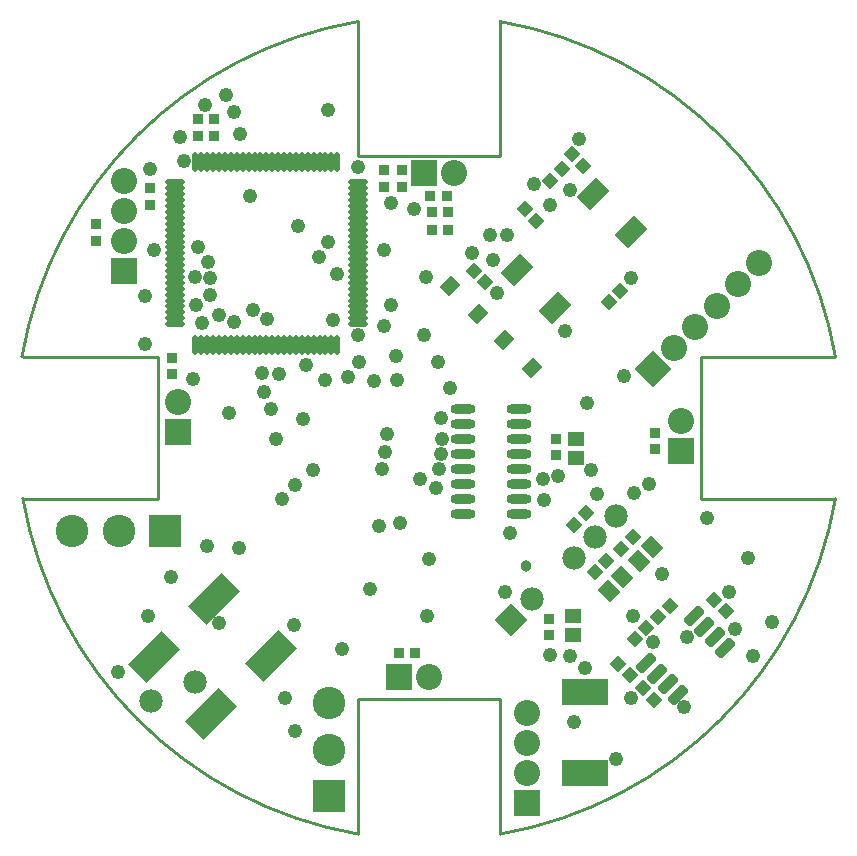
<source format=gbs>
G04 Layer_Color=16711935*
%FSAX25Y25*%
%MOIN*%
G70*
G01*
G75*
%ADD41C,0.01000*%
%ADD80P,0.05374X4X180.0*%
%ADD82P,0.05374X4X90.0*%
G04:AMPARAMS|DCode=84|XSize=48mil|YSize=58mil|CornerRadius=0mil|HoleSize=0mil|Usage=FLASHONLY|Rotation=45.000|XOffset=0mil|YOffset=0mil|HoleType=Round|Shape=Rectangle|*
%AMROTATEDRECTD84*
4,1,4,0.00353,-0.03748,-0.03748,0.00353,-0.00353,0.03748,0.03748,-0.00353,0.00353,-0.03748,0.0*
%
%ADD84ROTATEDRECTD84*%

%ADD88R,0.03800X0.03800*%
G04:AMPARAMS|DCode=89|XSize=43.43mil|YSize=55.24mil|CornerRadius=0mil|HoleSize=0mil|Usage=FLASHONLY|Rotation=135.000|XOffset=0mil|YOffset=0mil|HoleType=Round|Shape=Rectangle|*
%AMROTATEDRECTD89*
4,1,4,0.03489,0.00418,-0.00418,-0.03489,-0.03489,-0.00418,0.00418,0.03489,0.03489,0.00418,0.0*
%
%ADD89ROTATEDRECTD89*%

G04:AMPARAMS|DCode=90|XSize=55.24mil|YSize=43.43mil|CornerRadius=0mil|HoleSize=0mil|Usage=FLASHONLY|Rotation=225.000|XOffset=0mil|YOffset=0mil|HoleType=Round|Shape=Rectangle|*
%AMROTATEDRECTD90*
4,1,4,0.00418,0.03489,0.03489,0.00418,-0.00418,-0.03489,-0.03489,-0.00418,0.00418,0.03489,0.0*
%
%ADD90ROTATEDRECTD90*%

%ADD91R,0.03800X0.03800*%
%ADD93R,0.05800X0.04800*%
%ADD106C,0.10800*%
%ADD107R,0.10800X0.10800*%
%ADD108C,0.08674*%
%ADD109R,0.08674X0.08674*%
%ADD110P,0.12267X4X90.0*%
%ADD111R,0.10800X0.10800*%
%ADD112R,0.08674X0.08674*%
%ADD113C,0.07800*%
%ADD114P,0.11031X4X90.0*%
%ADD115C,0.04800*%
%ADD116C,0.03800*%
G04:AMPARAMS|DCode=117|XSize=33.59mil|YSize=72.96mil|CornerRadius=5.92mil|HoleSize=0mil|Usage=FLASHONLY|Rotation=135.000|XOffset=0mil|YOffset=0mil|HoleType=Round|Shape=RoundedRectangle|*
%AMROUNDEDRECTD117*
21,1,0.03359,0.06112,0,0,135.0*
21,1,0.02175,0.07296,0,0,135.0*
1,1,0.01184,0.01392,0.02930*
1,1,0.01184,0.02930,0.01392*
1,1,0.01184,-0.01392,-0.02930*
1,1,0.01184,-0.02930,-0.01392*
%
%ADD117ROUNDEDRECTD117*%
%ADD118R,0.15800X0.08800*%
G04:AMPARAMS|DCode=119|XSize=88mil|YSize=158mil|CornerRadius=0mil|HoleSize=0mil|Usage=FLASHONLY|Rotation=135.000|XOffset=0mil|YOffset=0mil|HoleType=Round|Shape=Rectangle|*
%AMROTATEDRECTD119*
4,1,4,0.08697,0.02475,-0.02475,-0.08697,-0.08697,-0.02475,0.02475,0.08697,0.08697,0.02475,0.0*
%
%ADD119ROTATEDRECTD119*%

%ADD120O,0.01981X0.06509*%
%ADD121O,0.06509X0.01981*%
G04:AMPARAMS|DCode=122|XSize=91mil|YSize=63mil|CornerRadius=0mil|HoleSize=0mil|Usage=FLASHONLY|Rotation=225.000|XOffset=0mil|YOffset=0mil|HoleType=Round|Shape=Rectangle|*
%AMROTATEDRECTD122*
4,1,4,0.00990,0.05445,0.05445,0.00990,-0.00990,-0.05445,-0.05445,-0.00990,0.00990,0.05445,0.0*
%
%ADD122ROTATEDRECTD122*%

%ADD123O,0.08280X0.03162*%
G54D41*
X1844094Y0452756D02*
G03*
X1732284Y0564567I-0135433J-0023622D01*
G01*
X1685039D02*
G03*
X1572912Y0452811I0023228J-0135433D01*
G01*
X1573228Y0405512D02*
G03*
X1685039Y0293701I0135433J0023622D01*
G01*
X1732284D02*
G03*
X1844094Y0405512I-0023622J0135433D01*
G01*
X1732284Y0519685D02*
Y0564567D01*
X1685039Y0519685D02*
X1732284D01*
X1685039D02*
Y0564567D01*
Y0293701D02*
Y0338583D01*
X1732284D01*
Y0293701D02*
Y0338583D01*
X1799213Y0405512D02*
X1844094D01*
X1799213D02*
Y0452756D01*
X1844094D01*
X1573228Y0452756D02*
X1618110D01*
Y0405512D02*
Y0452756D01*
X1573228Y0405512D02*
X1618110D01*
G54D80*
X1803611Y0371889D02*
D03*
X1807500Y0368000D02*
D03*
X1779858Y0342429D02*
D03*
X1783747Y0338540D02*
D03*
X1775615Y0346672D02*
D03*
X1771726Y0350561D02*
D03*
X1723500Y0481500D02*
D03*
X1727389Y0477611D02*
D03*
X1756111Y0520389D02*
D03*
X1760000Y0516500D02*
D03*
X1740500Y0502000D02*
D03*
X1744389Y0498111D02*
D03*
G54D82*
X1760827Y0400591D02*
D03*
X1756938Y0396702D02*
D03*
X1776527Y0392669D02*
D03*
X1772638Y0388779D02*
D03*
X1767716Y0384842D02*
D03*
X1763827Y0380953D02*
D03*
X1788889Y0369889D02*
D03*
X1785000Y0366000D02*
D03*
X1777111Y0358611D02*
D03*
X1781000Y0362500D02*
D03*
X1768500Y0471000D02*
D03*
X1772389Y0474889D02*
D03*
X1752889Y0515389D02*
D03*
X1749000Y0511500D02*
D03*
G54D84*
X1768501Y0374800D02*
D03*
X1773027Y0379326D02*
D03*
X1778543Y0384842D02*
D03*
X1783069Y0389368D02*
D03*
G54D88*
X1784000Y0427500D02*
D03*
Y0422000D02*
D03*
X1751000Y0425500D02*
D03*
Y0420000D02*
D03*
X1748500Y0365500D02*
D03*
Y0360000D02*
D03*
X1623000Y0447000D02*
D03*
Y0452500D02*
D03*
X1597500Y0491500D02*
D03*
Y0497000D02*
D03*
X1615500Y0509000D02*
D03*
Y0503500D02*
D03*
X1637000Y0532000D02*
D03*
Y0526500D02*
D03*
X1631500D02*
D03*
Y0532000D02*
D03*
X1699500Y0515000D02*
D03*
X1699500Y0509500D02*
D03*
X1693500D02*
D03*
Y0515000D02*
D03*
G54D89*
X1725000Y0467000D02*
D03*
X1743000Y0449000D02*
D03*
G54D90*
X1715525Y0476475D02*
D03*
X1733525Y0458475D02*
D03*
G54D91*
X1714500Y0506500D02*
D03*
X1709000D02*
D03*
X1709500Y0501000D02*
D03*
X1715000D02*
D03*
X1709500Y0495000D02*
D03*
X1715000D02*
D03*
X1704055Y0354000D02*
D03*
X1698555Y0354000D02*
D03*
G54D93*
X1757500Y0419150D02*
D03*
Y0425550D02*
D03*
X1756500Y0360150D02*
D03*
Y0366550D02*
D03*
G54D106*
X1589567Y0394685D02*
D03*
X1605167D02*
D03*
X1675197Y0337450D02*
D03*
Y0321850D02*
D03*
G54D107*
X1620767Y0394685D02*
D03*
G54D108*
X1607000Y0511500D02*
D03*
Y0501500D02*
D03*
Y0491500D02*
D03*
X1790354Y0455709D02*
D03*
X1797425Y0462780D02*
D03*
X1804497Y0469851D02*
D03*
X1811567Y0476922D02*
D03*
X1818639Y0483993D02*
D03*
X1708555Y0346000D02*
D03*
X1716987Y0514000D02*
D03*
X1792500Y0431500D02*
D03*
X1625015Y0437638D02*
D03*
X1741142Y0313976D02*
D03*
Y0323976D02*
D03*
Y0333976D02*
D03*
G54D109*
X1607000Y0481500D02*
D03*
X1792500Y0421500D02*
D03*
X1625015Y0427638D02*
D03*
X1741142Y0303976D02*
D03*
G54D110*
X1783283Y0448638D02*
D03*
G54D111*
X1675197Y0306250D02*
D03*
G54D112*
X1698555Y0346000D02*
D03*
X1706987Y0514000D02*
D03*
G54D113*
X1770809Y0399746D02*
D03*
X1763849Y0392787D02*
D03*
X1756890Y0385827D02*
D03*
X1743082Y0372019D02*
D03*
X1630500Y0344500D02*
D03*
X1616000Y0338000D02*
D03*
G54D114*
X1736011Y0364948D02*
D03*
G54D115*
X1730000Y0485000D02*
D03*
X1650000Y0468500D02*
D03*
X1643500Y0464500D02*
D03*
X1690200Y0444700D02*
D03*
X1698000Y0445100D02*
D03*
X1814961Y0385827D02*
D03*
X1693500Y0488500D02*
D03*
X1707500Y0479500D02*
D03*
X1771100Y0318900D02*
D03*
X1776100Y0339200D02*
D03*
X1783275Y0357725D02*
D03*
X1801181Y0398981D02*
D03*
X1786300Y0380400D02*
D03*
X1633800Y0536600D02*
D03*
X1674800Y0535000D02*
D03*
X1613900Y0473100D02*
D03*
X1605000Y0347800D02*
D03*
X1622500Y0379300D02*
D03*
X1638700Y0364000D02*
D03*
X1615000Y0366500D02*
D03*
X1731200Y0474100D02*
D03*
X1761300Y0437300D02*
D03*
X1773500Y0446500D02*
D03*
X1667500Y0450000D02*
D03*
X1685400Y0451000D02*
D03*
X1645400Y0389000D02*
D03*
X1762600Y0415200D02*
D03*
X1735600Y0394100D02*
D03*
X1638629Y0466871D02*
D03*
X1631000Y0470000D02*
D03*
X1630500Y0479454D02*
D03*
X1633000Y0464000D02*
D03*
X1689000Y0375500D02*
D03*
X1734000Y0374500D02*
D03*
X1708000Y0366500D02*
D03*
X1659500Y0405500D02*
D03*
X1663985Y0409985D02*
D03*
X1747000Y0405000D02*
D03*
X1693000Y0415500D02*
D03*
X1712000D02*
D03*
X1705500Y0412000D02*
D03*
X1694000Y0421000D02*
D03*
X1694500Y0427000D02*
D03*
X1711000Y0409000D02*
D03*
X1751500Y0413000D02*
D03*
X1692000Y0396500D02*
D03*
X1729000Y0493500D02*
D03*
X1734500D02*
D03*
X1696000Y0504000D02*
D03*
X1703500Y0502000D02*
D03*
X1697500Y0452960D02*
D03*
X1630000Y0445500D02*
D03*
X1649000Y0506500D02*
D03*
X1627000Y0518000D02*
D03*
X1685000Y0460000D02*
D03*
X1676500Y0465000D02*
D03*
X1776000Y0479000D02*
D03*
X1723000Y0487500D02*
D03*
X1758500Y0525500D02*
D03*
X1749000Y0503500D02*
D03*
X1743500Y0510346D02*
D03*
X1755500Y0508500D02*
D03*
X1754000Y0461500D02*
D03*
X1642000Y0434000D02*
D03*
X1670000Y0415000D02*
D03*
X1708500Y0385500D02*
D03*
X1712500Y0420500D02*
D03*
X1699000Y0397500D02*
D03*
X1713000Y0425500D02*
D03*
X1665000Y0496500D02*
D03*
X1654500Y0465500D02*
D03*
X1685000Y0516000D02*
D03*
X1645500Y0527000D02*
D03*
X1643500Y0534500D02*
D03*
X1641000Y0540000D02*
D03*
X1615500Y0515500D02*
D03*
X1625500Y0526000D02*
D03*
X1614000Y0457000D02*
D03*
X1631500Y0489500D02*
D03*
X1617000Y0488500D02*
D03*
X1635500Y0473500D02*
D03*
Y0479000D02*
D03*
X1666500Y0432000D02*
D03*
X1658500Y0447000D02*
D03*
X1656000Y0435500D02*
D03*
X1653500Y0441000D02*
D03*
X1653000Y0447500D02*
D03*
X1657500Y0425500D02*
D03*
X1634626Y0389874D02*
D03*
X1663500Y0363500D02*
D03*
X1660500Y0339000D02*
D03*
X1664000Y0328000D02*
D03*
X1776500Y0366500D02*
D03*
X1760500Y0349000D02*
D03*
X1808500Y0374500D02*
D03*
X1793500Y0336000D02*
D03*
X1816500Y0353000D02*
D03*
X1810500Y0362000D02*
D03*
X1755500Y0353000D02*
D03*
X1749000Y0353500D02*
D03*
X1823000Y0364500D02*
D03*
X1794500Y0359500D02*
D03*
X1757000Y0331000D02*
D03*
X1678000Y0480500D02*
D03*
X1635000Y0484500D02*
D03*
X1746500Y0412000D02*
D03*
X1777000Y0407500D02*
D03*
X1715500Y0442500D02*
D03*
X1675000Y0491000D02*
D03*
X1696000Y0470000D02*
D03*
X1672000Y0486000D02*
D03*
X1693500Y0463000D02*
D03*
X1782000Y0410500D02*
D03*
X1712500Y0432500D02*
D03*
X1674000Y0445000D02*
D03*
X1681500Y0446000D02*
D03*
X1711500Y0451000D02*
D03*
X1764500Y0407000D02*
D03*
X1707000Y0460000D02*
D03*
X1679500Y0355500D02*
D03*
G54D116*
X1741000Y0383000D02*
D03*
G54D117*
X1796773Y0366382D02*
D03*
X1800308Y0362846D02*
D03*
X1803844Y0359310D02*
D03*
X1807379Y0355775D02*
D03*
X1781044Y0350653D02*
D03*
X1784579Y0347117D02*
D03*
X1788115Y0343582D02*
D03*
X1791650Y0340046D02*
D03*
G54D118*
X1760500Y0314094D02*
D03*
Y0341000D02*
D03*
G54D119*
X1616802Y0352687D02*
D03*
X1635827Y0333661D02*
D03*
X1636811Y0372047D02*
D03*
X1655836Y0353022D02*
D03*
G54D120*
X1630771Y0456880D02*
D03*
X1632740D02*
D03*
X1634708D02*
D03*
X1636677D02*
D03*
X1638645D02*
D03*
X1640614D02*
D03*
X1642582Y0456880D02*
D03*
X1644551Y0456880D02*
D03*
X1646519D02*
D03*
X1648488D02*
D03*
X1650456D02*
D03*
X1652425D02*
D03*
X1654393Y0456880D02*
D03*
X1656362D02*
D03*
X1658330D02*
D03*
X1660299Y0456880D02*
D03*
X1662267D02*
D03*
X1664236D02*
D03*
X1666204D02*
D03*
X1668173D02*
D03*
X1670141D02*
D03*
X1672110D02*
D03*
X1674078D02*
D03*
X1676047D02*
D03*
X1678015D02*
D03*
Y0517706D02*
D03*
X1676047D02*
D03*
X1674078D02*
D03*
X1672110Y0517706D02*
D03*
X1670141D02*
D03*
X1668173D02*
D03*
X1666204Y0517706D02*
D03*
X1664236D02*
D03*
X1662267D02*
D03*
X1660299D02*
D03*
X1658330Y0517706D02*
D03*
X1656362D02*
D03*
X1654393D02*
D03*
X1652425Y0517706D02*
D03*
X1650456D02*
D03*
X1648488D02*
D03*
X1646519D02*
D03*
X1644551D02*
D03*
X1642582Y0517706D02*
D03*
X1640614D02*
D03*
X1638645Y0517706D02*
D03*
X1636677D02*
D03*
X1634708D02*
D03*
X1632740Y0517706D02*
D03*
X1630771D02*
D03*
G54D121*
X1684807Y0463671D02*
D03*
Y0465639D02*
D03*
Y0467608D02*
D03*
Y0469576D02*
D03*
Y0471545D02*
D03*
Y0473513D02*
D03*
Y0475482D02*
D03*
Y0477450D02*
D03*
Y0479419D02*
D03*
Y0481387D02*
D03*
Y0483356D02*
D03*
Y0485324D02*
D03*
Y0487293D02*
D03*
Y0489261D02*
D03*
Y0491230D02*
D03*
Y0493198D02*
D03*
Y0495167D02*
D03*
Y0497135D02*
D03*
Y0499104D02*
D03*
Y0501072D02*
D03*
Y0503041D02*
D03*
Y0505009D02*
D03*
Y0506978D02*
D03*
Y0508946D02*
D03*
Y0510915D02*
D03*
X1623980D02*
D03*
Y0508946D02*
D03*
Y0506978D02*
D03*
Y0505009D02*
D03*
Y0503041D02*
D03*
Y0501072D02*
D03*
Y0499104D02*
D03*
Y0497135D02*
D03*
Y0495167D02*
D03*
Y0493198D02*
D03*
Y0491230D02*
D03*
Y0489261D02*
D03*
Y0487293D02*
D03*
Y0485324D02*
D03*
Y0483356D02*
D03*
Y0481387D02*
D03*
Y0479419D02*
D03*
Y0477450D02*
D03*
Y0475482D02*
D03*
Y0473513D02*
D03*
Y0471545D02*
D03*
Y0469576D02*
D03*
Y0467608D02*
D03*
Y0465639D02*
D03*
Y0463671D02*
D03*
G54D122*
X1738070Y0481597D02*
D03*
X1763403Y0506930D02*
D03*
X1750597Y0469070D02*
D03*
X1775930Y0494403D02*
D03*
G54D123*
X1738504Y0435500D02*
D03*
X1738504Y0430500D02*
D03*
X1738504Y0425500D02*
D03*
Y0420500D02*
D03*
Y0415500D02*
D03*
Y0410500D02*
D03*
X1738504Y0405500D02*
D03*
X1738504Y0400500D02*
D03*
X1720000Y0435500D02*
D03*
X1720000Y0430500D02*
D03*
X1720000Y0425500D02*
D03*
Y0420500D02*
D03*
Y0415500D02*
D03*
Y0410500D02*
D03*
X1720000Y0405500D02*
D03*
X1720000Y0400500D02*
D03*
M02*

</source>
